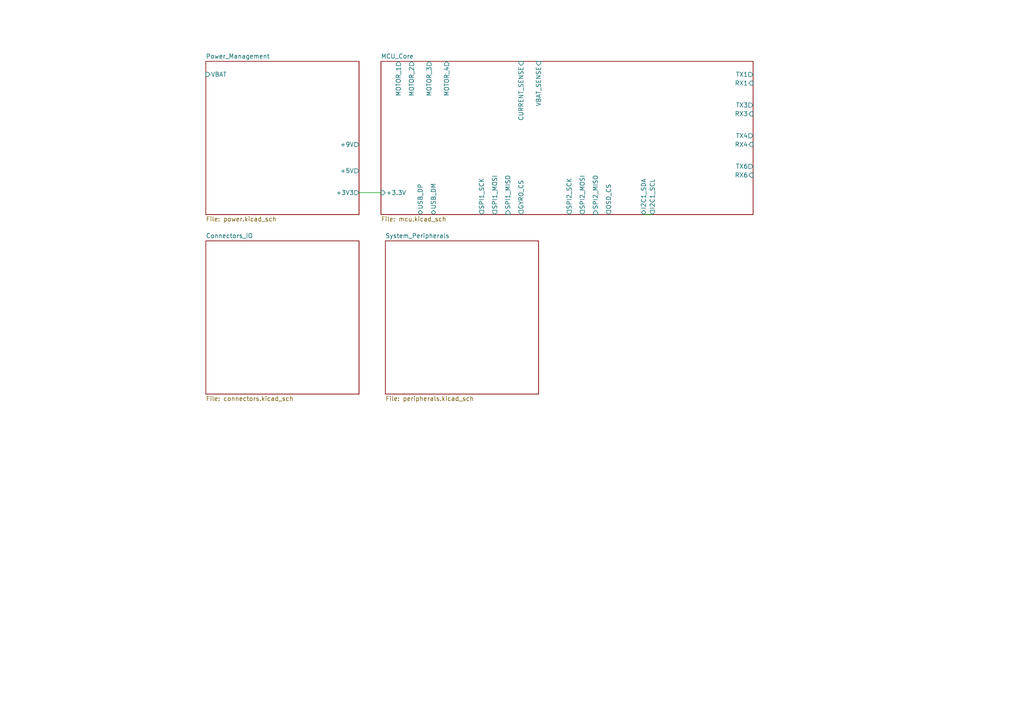
<source format=kicad_sch>
(kicad_sch
	(version 20250114)
	(generator "eeschema")
	(generator_version "9.0")
	(uuid "9ac87d7b-7c63-4195-8fde-46e8d8136fbe")
	(paper "A4")
	(lib_symbols)
	(wire
		(pts
			(xy 189.23 62.23) (xy 186.69 62.23)
		)
		(stroke
			(width 0)
			(type default)
		)
		(uuid "7335869b-7b78-4567-acb1-8dfd06c2c67b")
	)
	(wire
		(pts
			(xy 104.14 55.88) (xy 110.49 55.88)
		)
		(stroke
			(width 0)
			(type default)
		)
		(uuid "84d0c48c-3543-4be6-a3c7-d8a65568ef55")
	)
	(sheet
		(at 59.69 69.85)
		(size 44.45 44.45)
		(exclude_from_sim no)
		(in_bom yes)
		(on_board yes)
		(dnp no)
		(fields_autoplaced yes)
		(stroke
			(width 0.1524)
			(type solid)
		)
		(fill
			(color 0 0 0 0.0000)
		)
		(uuid "1b23939c-c433-456f-94b7-f74d5646b7b1")
		(property "Sheetname" "Connectors_IO"
			(at 59.69 69.1384 0)
			(effects
				(font
					(size 1.27 1.27)
				)
				(justify left bottom)
			)
		)
		(property "Sheetfile" "connectors.kicad_sch"
			(at 59.69 114.8846 0)
			(effects
				(font
					(size 1.27 1.27)
				)
				(justify left top)
			)
		)
		(instances
			(project "fligh controler"
				(path "/9ac87d7b-7c63-4195-8fde-46e8d8136fbe"
					(page "5")
				)
			)
		)
	)
	(sheet
		(at 110.49 17.78)
		(size 107.95 44.45)
		(exclude_from_sim no)
		(in_bom yes)
		(on_board yes)
		(dnp no)
		(fields_autoplaced yes)
		(stroke
			(width 0.1524)
			(type solid)
		)
		(fill
			(color 0 0 0 0.0000)
		)
		(uuid "78467965-8401-4eb5-badc-d3f5a8c8314d")
		(property "Sheetname" "MCU_Core"
			(at 110.49 17.0684 0)
			(effects
				(font
					(size 1.27 1.27)
				)
				(justify left bottom)
			)
		)
		(property "Sheetfile" "mcu.kicad_sch"
			(at 110.49 62.8146 0)
			(effects
				(font
					(size 1.27 1.27)
				)
				(justify left top)
			)
		)
		(pin "+3.3V" input
			(at 110.49 55.88 180)
			(uuid "72087658-225b-4c0f-bc66-c862bdffa37e")
			(effects
				(font
					(size 1.27 1.27)
				)
				(justify left)
			)
		)
		(pin "CURRENT_SENSE" input
			(at 151.13 17.78 90)
			(uuid "79c4947f-c86b-45ea-9ae8-6915d27bc7ef")
			(effects
				(font
					(size 1.27 1.27)
				)
				(justify right)
			)
		)
		(pin "GYRO_CS" output
			(at 151.13 62.23 270)
			(uuid "82c19136-c0a9-466a-a019-3bd1535f1737")
			(effects
				(font
					(size 1.27 1.27)
				)
				(justify left)
			)
		)
		(pin "SPI1_MISO" input
			(at 147.32 62.23 270)
			(uuid "c943cab3-9262-4e9b-a595-22beff1b2bc7")
			(effects
				(font
					(size 1.27 1.27)
				)
				(justify left)
			)
		)
		(pin "SPI1_MOSI" output
			(at 143.51 62.23 270)
			(uuid "bedf8adf-be8c-4771-a906-76b824603777")
			(effects
				(font
					(size 1.27 1.27)
				)
				(justify left)
			)
		)
		(pin "SPI1_SCK" output
			(at 139.7 62.23 270)
			(uuid "f35bae70-ceb7-4a8e-a04e-056b841eec6d")
			(effects
				(font
					(size 1.27 1.27)
				)
				(justify left)
			)
		)
		(pin "USB_DM" bidirectional
			(at 125.73 62.23 270)
			(uuid "7f37e330-a77f-48bc-a87b-05f2080bcaa7")
			(effects
				(font
					(size 1.27 1.27)
				)
				(justify left)
			)
		)
		(pin "USB_DP" bidirectional
			(at 121.92 62.23 270)
			(uuid "02870663-607c-45b3-8294-11f25230c8fe")
			(effects
				(font
					(size 1.27 1.27)
				)
				(justify left)
			)
		)
		(pin "VBAT_SENSE" input
			(at 156.21 17.78 90)
			(uuid "cde747e8-3caa-4c9c-8c02-9d55470b7113")
			(effects
				(font
					(size 1.27 1.27)
				)
				(justify right)
			)
		)
		(pin "I2C1_SCL" output
			(at 189.23 62.23 270)
			(uuid "1491b771-a0e9-42b4-a070-9cd163348a7d")
			(effects
				(font
					(size 1.27 1.27)
				)
				(justify left)
			)
		)
		(pin "I2C1_SDA" bidirectional
			(at 186.69 62.23 270)
			(uuid "5a476ef9-c295-4885-aec2-abb3170e176a")
			(effects
				(font
					(size 1.27 1.27)
				)
				(justify left)
			)
		)
		(pin "MOTOR_1" output
			(at 115.57 17.78 90)
			(uuid "2055b753-9dcd-4342-be70-f69ff869a106")
			(effects
				(font
					(size 1.27 1.27)
				)
				(justify right)
			)
		)
		(pin "MOTOR_2" output
			(at 119.38 17.78 90)
			(uuid "9d330117-85e5-4bfe-8abb-9984ac2ace9f")
			(effects
				(font
					(size 1.27 1.27)
				)
				(justify right)
			)
		)
		(pin "MOTOR_3" output
			(at 124.46 17.78 90)
			(uuid "d6d9720c-0232-42f5-b690-4a3dc783ef1c")
			(effects
				(font
					(size 1.27 1.27)
				)
				(justify right)
			)
		)
		(pin "MOTOR_4" output
			(at 129.54 17.78 90)
			(uuid "9515e6bd-4803-4f36-a246-27d5738df874")
			(effects
				(font
					(size 1.27 1.27)
				)
				(justify right)
			)
		)
		(pin "OSD_CS" output
			(at 176.53 62.23 270)
			(uuid "ae0f028a-8e85-4ee9-b05a-bf992f8da9bf")
			(effects
				(font
					(size 1.27 1.27)
				)
				(justify left)
			)
		)
		(pin "RX1" input
			(at 218.44 24.13 0)
			(uuid "60c656cb-c5d2-4558-bb6f-ff27cfa073e9")
			(effects
				(font
					(size 1.27 1.27)
				)
				(justify right)
			)
		)
		(pin "RX3" input
			(at 218.44 33.02 0)
			(uuid "b8a779d1-ceba-4fbd-831d-744d630b0b8d")
			(effects
				(font
					(size 1.27 1.27)
				)
				(justify right)
			)
		)
		(pin "RX4" input
			(at 218.44 41.91 0)
			(uuid "988d40eb-f3d2-4160-bcf8-f3a2656dc8dd")
			(effects
				(font
					(size 1.27 1.27)
				)
				(justify right)
			)
		)
		(pin "RX6" input
			(at 218.44 50.8 0)
			(uuid "f7261724-ad93-4868-a1a3-63b2bf074312")
			(effects
				(font
					(size 1.27 1.27)
				)
				(justify right)
			)
		)
		(pin "SPI2_MISO" input
			(at 172.72 62.23 270)
			(uuid "c95eaa3e-af3e-4e51-9ca2-43bb2889255a")
			(effects
				(font
					(size 1.27 1.27)
				)
				(justify left)
			)
		)
		(pin "SPI2_MOSI" output
			(at 168.91 62.23 270)
			(uuid "ef0ce865-0f62-4a6d-8d87-e1f386b3b38f")
			(effects
				(font
					(size 1.27 1.27)
				)
				(justify left)
			)
		)
		(pin "SPI2_SCK" output
			(at 165.1 62.23 270)
			(uuid "e7abc788-b802-45c0-9b65-44b09e543862")
			(effects
				(font
					(size 1.27 1.27)
				)
				(justify left)
			)
		)
		(pin "TX1" output
			(at 218.44 21.59 0)
			(uuid "f5deecd1-bc43-4d70-89e3-c8d575a73c7c")
			(effects
				(font
					(size 1.27 1.27)
				)
				(justify right)
			)
		)
		(pin "TX3" output
			(at 218.44 30.48 0)
			(uuid "f1f3c085-0138-4caf-b20a-bbb48f16f934")
			(effects
				(font
					(size 1.27 1.27)
				)
				(justify right)
			)
		)
		(pin "TX4" output
			(at 218.44 39.37 0)
			(uuid "550f7f98-c94c-4b47-87c0-3f9123753a83")
			(effects
				(font
					(size 1.27 1.27)
				)
				(justify right)
			)
		)
		(pin "TX6" output
			(at 218.44 48.26 0)
			(uuid "80b4c279-7e45-4d1f-a34b-3fe72e08741c")
			(effects
				(font
					(size 1.27 1.27)
				)
				(justify right)
			)
		)
		(instances
			(project "fligh controler"
				(path "/9ac87d7b-7c63-4195-8fde-46e8d8136fbe"
					(page "3")
				)
			)
		)
	)
	(sheet
		(at 111.76 69.85)
		(size 44.45 44.45)
		(exclude_from_sim no)
		(in_bom yes)
		(on_board yes)
		(dnp no)
		(fields_autoplaced yes)
		(stroke
			(width 0.1524)
			(type solid)
		)
		(fill
			(color 0 0 0 0.0000)
		)
		(uuid "8e6c3100-c5ff-4f0a-9f09-7e9ba0ff2c80")
		(property "Sheetname" "System_Peripherals"
			(at 111.76 69.1384 0)
			(effects
				(font
					(size 1.27 1.27)
				)
				(justify left bottom)
			)
		)
		(property "Sheetfile" "peripherals.kicad_sch"
			(at 111.76 114.8846 0)
			(effects
				(font
					(size 1.27 1.27)
				)
				(justify left top)
			)
		)
		(instances
			(project "fligh controler"
				(path "/9ac87d7b-7c63-4195-8fde-46e8d8136fbe"
					(page "4")
				)
			)
		)
	)
	(sheet
		(at 59.69 17.78)
		(size 44.45 44.45)
		(exclude_from_sim no)
		(in_bom yes)
		(on_board yes)
		(dnp no)
		(fields_autoplaced yes)
		(stroke
			(width 0.1524)
			(type solid)
		)
		(fill
			(color 0 0 0 0.0000)
		)
		(uuid "cb72bb9b-4878-4d82-89eb-a84c13808311")
		(property "Sheetname" "Power_Management"
			(at 59.69 17.0684 0)
			(effects
				(font
					(size 1.27 1.27)
				)
				(justify left bottom)
			)
		)
		(property "Sheetfile" "power.kicad_sch"
			(at 59.69 62.8146 0)
			(effects
				(font
					(size 1.27 1.27)
				)
				(justify left top)
			)
		)
		(pin "+3V3" output
			(at 104.14 55.88 0)
			(uuid "88e689a1-8631-4ad3-a8de-a86186d0bc3e")
			(effects
				(font
					(size 1.27 1.27)
				)
				(justify right)
			)
		)
		(pin "+5V" output
			(at 104.14 49.53 0)
			(uuid "386a73ff-eb86-4c8f-a18f-ff0597a708b7")
			(effects
				(font
					(size 1.27 1.27)
				)
				(justify right)
			)
		)
		(pin "+9V" output
			(at 104.14 41.91 0)
			(uuid "ac87d4ec-3bc9-4b31-bd6d-f199d6f4ad47")
			(effects
				(font
					(size 1.27 1.27)
				)
				(justify right)
			)
		)
		(pin "VBAT" input
			(at 59.69 21.59 180)
			(uuid "ebd1528a-5c3f-4dec-b9b8-3d15842b75b6")
			(effects
				(font
					(size 1.27 1.27)
				)
				(justify left)
			)
		)
		(instances
			(project "fligh controler"
				(path "/9ac87d7b-7c63-4195-8fde-46e8d8136fbe"
					(page "2")
				)
			)
		)
	)
	(sheet_instances
		(path "/"
			(page "1")
		)
	)
	(embedded_fonts no)
)

</source>
